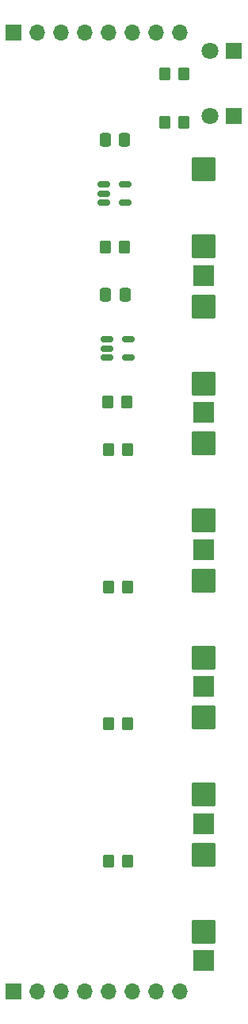
<source format=gbr>
%TF.GenerationSoftware,KiCad,Pcbnew,(6.0.10-0)*%
%TF.CreationDate,2023-01-16T20:28:56+10:30*%
%TF.ProjectId,BLE_Module_Front_Board,424c455f-4d6f-4647-956c-655f46726f6e,rev?*%
%TF.SameCoordinates,Original*%
%TF.FileFunction,Soldermask,Top*%
%TF.FilePolarity,Negative*%
%FSLAX46Y46*%
G04 Gerber Fmt 4.6, Leading zero omitted, Abs format (unit mm)*
G04 Created by KiCad (PCBNEW (6.0.10-0)) date 2023-01-16 20:28:56*
%MOMM*%
%LPD*%
G01*
G04 APERTURE LIST*
G04 Aperture macros list*
%AMRoundRect*
0 Rectangle with rounded corners*
0 $1 Rounding radius*
0 $2 $3 $4 $5 $6 $7 $8 $9 X,Y pos of 4 corners*
0 Add a 4 corners polygon primitive as box body*
4,1,4,$2,$3,$4,$5,$6,$7,$8,$9,$2,$3,0*
0 Add four circle primitives for the rounded corners*
1,1,$1+$1,$2,$3*
1,1,$1+$1,$4,$5*
1,1,$1+$1,$6,$7*
1,1,$1+$1,$8,$9*
0 Add four rect primitives between the rounded corners*
20,1,$1+$1,$2,$3,$4,$5,0*
20,1,$1+$1,$4,$5,$6,$7,0*
20,1,$1+$1,$6,$7,$8,$9,0*
20,1,$1+$1,$8,$9,$2,$3,0*%
G04 Aperture macros list end*
%ADD10RoundRect,0.101600X-1.012500X-1.012500X1.012500X-1.012500X1.012500X1.012500X-1.012500X1.012500X0*%
%ADD11RoundRect,0.101600X-1.162500X-1.162500X1.162500X-1.162500X1.162500X1.162500X-1.162500X1.162500X0*%
%ADD12RoundRect,0.250000X0.337500X0.475000X-0.337500X0.475000X-0.337500X-0.475000X0.337500X-0.475000X0*%
%ADD13RoundRect,0.250000X-0.350000X-0.450000X0.350000X-0.450000X0.350000X0.450000X-0.350000X0.450000X0*%
%ADD14R,1.700000X1.700000*%
%ADD15O,1.700000X1.700000*%
%ADD16R,1.800000X1.800000*%
%ADD17C,1.800000*%
%ADD18RoundRect,0.150000X-0.512500X-0.150000X0.512500X-0.150000X0.512500X0.150000X-0.512500X0.150000X0*%
%ADD19RoundRect,0.250000X0.350000X0.450000X-0.350000X0.450000X-0.350000X-0.450000X0.350000X-0.450000X0*%
G04 APERTURE END LIST*
D10*
%TO.C,P6*%
X28575000Y-100825000D03*
D11*
X28575000Y-97725000D03*
X28575000Y-89505000D03*
%TD*%
D12*
%TO.C,C1*%
X20087500Y-13335000D03*
X18012500Y-13335000D03*
%TD*%
D10*
%TO.C,P3*%
X28575000Y-57010000D03*
D11*
X28575000Y-53910000D03*
X28575000Y-45690000D03*
%TD*%
D13*
%TO.C,R3*%
X24400000Y-11430000D03*
X26400000Y-11430000D03*
%TD*%
D14*
%TO.C,J2*%
X8270000Y-104115000D03*
D15*
X10810000Y-104115000D03*
X13350000Y-104115000D03*
X15890000Y-104115000D03*
X18430000Y-104115000D03*
X20970000Y-104115000D03*
X23510000Y-104115000D03*
X26050000Y-104115000D03*
%TD*%
D13*
%TO.C,R1*%
X18050000Y-24765000D03*
X20050000Y-24765000D03*
%TD*%
%TO.C,R2*%
X18320000Y-41275000D03*
X20320000Y-41275000D03*
%TD*%
D10*
%TO.C,P5*%
X28575000Y-86220000D03*
D11*
X28575000Y-83120000D03*
X28575000Y-74900000D03*
%TD*%
D14*
%TO.C,J1*%
X8270000Y-1880000D03*
D15*
X10810000Y-1880000D03*
X13350000Y-1880000D03*
X15890000Y-1880000D03*
X18430000Y-1880000D03*
X20970000Y-1880000D03*
X23510000Y-1880000D03*
X26050000Y-1880000D03*
%TD*%
D10*
%TO.C,P1*%
X28575000Y-27800000D03*
D11*
X28575000Y-24700000D03*
X28575000Y-16480000D03*
%TD*%
D16*
%TO.C,D1*%
X31755000Y-10795000D03*
D17*
X29215000Y-10795000D03*
%TD*%
D18*
%TO.C,U2*%
X18217500Y-34610000D03*
X18217500Y-35560000D03*
X18217500Y-36510000D03*
X20492500Y-36510000D03*
X20492500Y-34610000D03*
%TD*%
D19*
%TO.C,R5*%
X20415000Y-46345000D03*
X18415000Y-46345000D03*
%TD*%
D10*
%TO.C,P2*%
X28575000Y-42405000D03*
D11*
X28575000Y-39305000D03*
X28575000Y-31085000D03*
%TD*%
D13*
%TO.C,R4*%
X24400000Y-6330000D03*
X26400000Y-6330000D03*
%TD*%
D18*
%TO.C,U1*%
X17912500Y-18100000D03*
X17912500Y-19050000D03*
X17912500Y-20000000D03*
X20187500Y-20000000D03*
X20187500Y-18100000D03*
%TD*%
D10*
%TO.C,P4*%
X28575000Y-71615000D03*
D11*
X28575000Y-68515000D03*
X28575000Y-60295000D03*
%TD*%
D19*
%TO.C,R6*%
X20415000Y-60960000D03*
X18415000Y-60960000D03*
%TD*%
%TO.C,R7*%
X20415000Y-75565000D03*
X18415000Y-75565000D03*
%TD*%
%TO.C,R8*%
X20415000Y-90180000D03*
X18415000Y-90180000D03*
%TD*%
D16*
%TO.C,D2*%
X31755000Y-3810000D03*
D17*
X29215000Y-3810000D03*
%TD*%
D12*
%TO.C,C2*%
X20125000Y-29845000D03*
X18050000Y-29845000D03*
%TD*%
M02*

</source>
